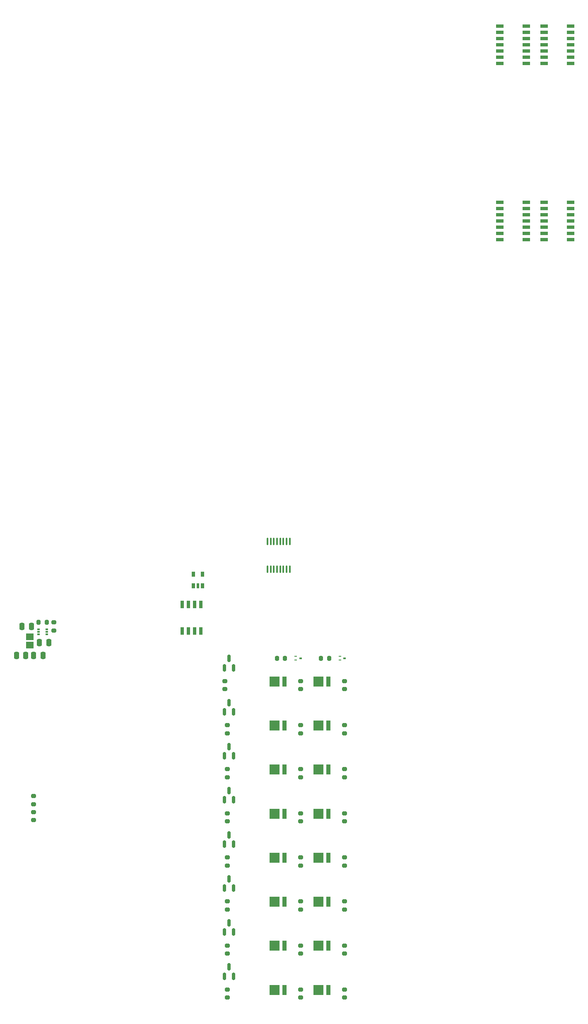
<source format=gtp>
%TF.GenerationSoftware,KiCad,Pcbnew,(6.0.5)*%
%TF.CreationDate,2022-07-12T00:37:25-04:00*%
%TF.ProjectId,grouped,67726f75-7065-4642-9e6b-696361645f70,rev?*%
%TF.SameCoordinates,Original*%
%TF.FileFunction,Paste,Top*%
%TF.FilePolarity,Positive*%
%FSLAX46Y46*%
G04 Gerber Fmt 4.6, Leading zero omitted, Abs format (unit mm)*
G04 Created by KiCad (PCBNEW (6.0.5)) date 2022-07-12 00:37:25*
%MOMM*%
%LPD*%
G01*
G04 APERTURE LIST*
G04 Aperture macros list*
%AMRoundRect*
0 Rectangle with rounded corners*
0 $1 Rounding radius*
0 $2 $3 $4 $5 $6 $7 $8 $9 X,Y pos of 4 corners*
0 Add a 4 corners polygon primitive as box body*
4,1,4,$2,$3,$4,$5,$6,$7,$8,$9,$2,$3,0*
0 Add four circle primitives for the rounded corners*
1,1,$1+$1,$2,$3*
1,1,$1+$1,$4,$5*
1,1,$1+$1,$6,$7*
1,1,$1+$1,$8,$9*
0 Add four rect primitives between the rounded corners*
20,1,$1+$1,$2,$3,$4,$5,0*
20,1,$1+$1,$4,$5,$6,$7,0*
20,1,$1+$1,$6,$7,$8,$9,0*
20,1,$1+$1,$8,$9,$2,$3,0*%
G04 Aperture macros list end*
%ADD10RoundRect,0.200000X0.275000X-0.200000X0.275000X0.200000X-0.275000X0.200000X-0.275000X-0.200000X0*%
%ADD11RoundRect,0.250000X-0.250000X-0.475000X0.250000X-0.475000X0.250000X0.475000X-0.250000X0.475000X0*%
%ADD12R,2.120000X2.100000*%
%ADD13R,0.920000X2.100000*%
%ADD14RoundRect,0.200000X-0.275000X0.200000X-0.275000X-0.200000X0.275000X-0.200000X0.275000X0.200000X0*%
%ADD15RoundRect,0.250000X0.250000X0.475000X-0.250000X0.475000X-0.250000X-0.475000X0.250000X-0.475000X0*%
%ADD16R,1.525000X0.700000*%
%ADD17RoundRect,0.100000X-0.100000X0.637500X-0.100000X-0.637500X0.100000X-0.637500X0.100000X0.637500X0*%
%ADD18R,0.520000X0.270000*%
%ADD19R,0.520000X0.360000*%
%ADD20RoundRect,0.150000X0.150000X-0.587500X0.150000X0.587500X-0.150000X0.587500X-0.150000X-0.587500X0*%
%ADD21R,1.650000X1.450000*%
%ADD22R,0.800000X1.000000*%
%ADD23R,0.600000X1.000000*%
%ADD24RoundRect,0.200000X0.200000X0.275000X-0.200000X0.275000X-0.200000X-0.275000X0.200000X-0.275000X0*%
%ADD25R,0.492000X0.300000*%
%ADD26R,0.650000X1.525000*%
G04 APERTURE END LIST*
D10*
X204750000Y-234925000D03*
X204750000Y-233275000D03*
D11*
X198250000Y-234100000D03*
X200150000Y-234100000D03*
D12*
X258875000Y-272340000D03*
D13*
X260895000Y-272340000D03*
D12*
X258875000Y-263340000D03*
D13*
X260895000Y-263340000D03*
D14*
X255200000Y-299275000D03*
X255200000Y-300925000D03*
X240200000Y-263275000D03*
X240200000Y-264925000D03*
D11*
X201800000Y-237400000D03*
X203700000Y-237400000D03*
D14*
X264200000Y-299275000D03*
X264200000Y-300925000D03*
D15*
X202500000Y-240000000D03*
X200600000Y-240000000D03*
D14*
X255200000Y-290275000D03*
X255200000Y-291925000D03*
X264200000Y-272275000D03*
X264200000Y-273925000D03*
D16*
X310383751Y-119110000D03*
X310383751Y-117840000D03*
X310383751Y-116570000D03*
X310383751Y-115300000D03*
X310383751Y-114030000D03*
X310383751Y-112760000D03*
X310383751Y-111490000D03*
X304959751Y-111490000D03*
X304959751Y-112760000D03*
X304959751Y-114030000D03*
X304959751Y-115300000D03*
X304959751Y-116570000D03*
X304959751Y-117840000D03*
X304959751Y-119110000D03*
D14*
X240200000Y-299275000D03*
X240200000Y-300925000D03*
X264200000Y-290275000D03*
X264200000Y-291925000D03*
X264200000Y-245275000D03*
X264200000Y-246925000D03*
D12*
X249875000Y-272340000D03*
D13*
X251895000Y-272340000D03*
D12*
X249875000Y-299340000D03*
D13*
X251895000Y-299340000D03*
D17*
X252975000Y-216737500D03*
X252325000Y-216737500D03*
X251675000Y-216737500D03*
X251025000Y-216737500D03*
X250375000Y-216737500D03*
X249725000Y-216737500D03*
X249075000Y-216737500D03*
X248425000Y-216737500D03*
X248425000Y-222462500D03*
X249075000Y-222462500D03*
X249725000Y-222462500D03*
X250375000Y-222462500D03*
X251025000Y-222462500D03*
X251675000Y-222462500D03*
X252325000Y-222462500D03*
X252975000Y-222462500D03*
D12*
X249875000Y-308340000D03*
D13*
X251895000Y-308340000D03*
D18*
X254210000Y-240200000D03*
X254210000Y-241000000D03*
D19*
X255190000Y-240600000D03*
D20*
X239630000Y-251537500D03*
X241530000Y-251537500D03*
X240580000Y-249662500D03*
D21*
X199800000Y-236200000D03*
X199800000Y-237900000D03*
D22*
X233250000Y-225800000D03*
D23*
X234200000Y-225800000D03*
D22*
X235150000Y-225800000D03*
X235150000Y-223400000D03*
X233250000Y-223400000D03*
D14*
X255200000Y-272275000D03*
X255200000Y-273925000D03*
X240200000Y-290275000D03*
X240200000Y-291925000D03*
D12*
X249875000Y-263340000D03*
D13*
X251895000Y-263340000D03*
D20*
X239630000Y-287537500D03*
X241530000Y-287537500D03*
X240580000Y-285662500D03*
D14*
X240200000Y-254275000D03*
X240200000Y-255925000D03*
X240200000Y-281275000D03*
X240200000Y-282925000D03*
X200600000Y-272000000D03*
X200600000Y-273650000D03*
D16*
X301383751Y-119110000D03*
X301383751Y-117840000D03*
X301383751Y-116570000D03*
X301383751Y-115300000D03*
X301383751Y-114030000D03*
X301383751Y-112760000D03*
X301383751Y-111490000D03*
X295959751Y-111490000D03*
X295959751Y-112760000D03*
X295959751Y-114030000D03*
X295959751Y-115300000D03*
X295959751Y-116570000D03*
X295959751Y-117840000D03*
X295959751Y-119110000D03*
D20*
X239630000Y-260537500D03*
X241530000Y-260537500D03*
X240580000Y-258662500D03*
D24*
X261025000Y-240600000D03*
X259375000Y-240600000D03*
D20*
X239630000Y-269537500D03*
X241530000Y-269537500D03*
X240580000Y-267662500D03*
D12*
X249875000Y-281340000D03*
D13*
X251895000Y-281340000D03*
D10*
X200600000Y-270425000D03*
X200600000Y-268775000D03*
D20*
X239630000Y-305537500D03*
X241530000Y-305537500D03*
X240580000Y-303662500D03*
D24*
X252025000Y-240600000D03*
X250375000Y-240600000D03*
D14*
X240200000Y-272275000D03*
X240200000Y-273925000D03*
D12*
X258875000Y-254340000D03*
D13*
X260895000Y-254340000D03*
D16*
X310383751Y-155110000D03*
X310383751Y-153840000D03*
X310383751Y-152570000D03*
X310383751Y-151300000D03*
X310383751Y-150030000D03*
X310383751Y-148760000D03*
X310383751Y-147490000D03*
X304959751Y-147490000D03*
X304959751Y-148760000D03*
X304959751Y-150030000D03*
X304959751Y-151300000D03*
X304959751Y-152570000D03*
X304959751Y-153840000D03*
X304959751Y-155110000D03*
D12*
X249875000Y-254340000D03*
D13*
X251895000Y-254340000D03*
D12*
X258875000Y-281340000D03*
D13*
X260895000Y-281340000D03*
D18*
X263210000Y-240200000D03*
X263210000Y-241000000D03*
D19*
X264190000Y-240600000D03*
D11*
X197100000Y-240000000D03*
X199000000Y-240000000D03*
D14*
X255200000Y-263275000D03*
X255200000Y-264925000D03*
D12*
X258875000Y-290340000D03*
D13*
X260895000Y-290340000D03*
D12*
X258875000Y-245340000D03*
D13*
X260895000Y-245340000D03*
D14*
X255200000Y-254275000D03*
X255200000Y-255925000D03*
X264200000Y-281275000D03*
X264200000Y-282925000D03*
D12*
X249875000Y-290340000D03*
D13*
X251895000Y-290340000D03*
D14*
X264200000Y-263275000D03*
X264200000Y-264925000D03*
D12*
X258875000Y-308340000D03*
D13*
X260895000Y-308340000D03*
D14*
X255200000Y-281275000D03*
X255200000Y-282925000D03*
D24*
X203275000Y-233300000D03*
X201625000Y-233300000D03*
D25*
X201632000Y-234700000D03*
X201632000Y-235200000D03*
X201632000Y-235700000D03*
X203300000Y-235700000D03*
X203300000Y-235200000D03*
X203300000Y-234700000D03*
D14*
X255200000Y-245275000D03*
X255200000Y-246925000D03*
D20*
X239630000Y-242537500D03*
X241530000Y-242537500D03*
X240580000Y-240662500D03*
D14*
X240200000Y-308275000D03*
X240200000Y-309925000D03*
D12*
X249875000Y-245340000D03*
D13*
X251895000Y-245340000D03*
D14*
X255200000Y-308275000D03*
X255200000Y-309925000D03*
X264200000Y-254275000D03*
X264200000Y-255925000D03*
D20*
X239630000Y-296537500D03*
X241530000Y-296537500D03*
X240580000Y-294662500D03*
D16*
X301383751Y-155110000D03*
X301383751Y-153840000D03*
X301383751Y-152570000D03*
X301383751Y-151300000D03*
X301383751Y-150030000D03*
X301383751Y-148760000D03*
X301383751Y-147490000D03*
X295959751Y-147490000D03*
X295959751Y-148760000D03*
X295959751Y-150030000D03*
X295959751Y-151300000D03*
X295959751Y-152570000D03*
X295959751Y-153840000D03*
X295959751Y-155110000D03*
D26*
X230995000Y-235012000D03*
X232265000Y-235012000D03*
X233535000Y-235012000D03*
X234805000Y-235012000D03*
X234805000Y-229588000D03*
X233535000Y-229588000D03*
X232265000Y-229588000D03*
X230995000Y-229588000D03*
D20*
X239630000Y-278537500D03*
X241530000Y-278537500D03*
X240580000Y-276662500D03*
D14*
X239700000Y-245275000D03*
X239700000Y-246925000D03*
D12*
X258875000Y-299340000D03*
D13*
X260895000Y-299340000D03*
D14*
X264200000Y-308275000D03*
X264200000Y-309925000D03*
M02*

</source>
